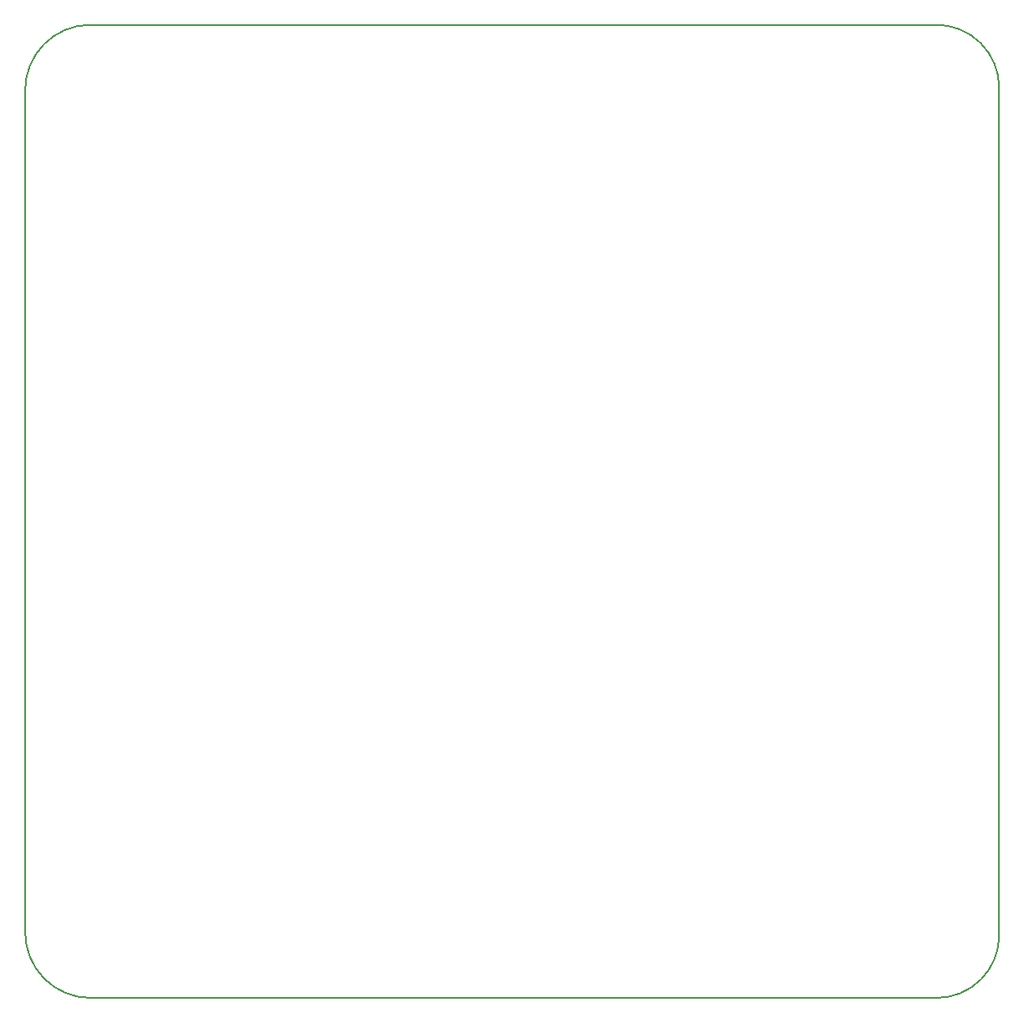
<source format=gbr>
G04 #@! TF.GenerationSoftware,KiCad,Pcbnew,5.1.2*
G04 #@! TF.CreationDate,2019-08-19T18:05:57-05:00*
G04 #@! TF.ProjectId,WordClock,576f7264-436c-46f6-936b-2e6b69636164,rev?*
G04 #@! TF.SameCoordinates,Original*
G04 #@! TF.FileFunction,Profile,NP*
%FSLAX46Y46*%
G04 Gerber Fmt 4.6, Leading zero omitted, Abs format (unit mm)*
G04 Created by KiCad (PCBNEW 5.1.2) date 2019-08-19 18:05:57*
%MOMM*%
%LPD*%
G04 APERTURE LIST*
%ADD10C,0.150000*%
G04 APERTURE END LIST*
D10*
X93490000Y-57902030D02*
G75*
G02X100040333Y-51260001I6620332J22030D01*
G01*
X185529441Y-51260614D02*
G75*
G02X191989999Y-57610001I90559J-6369386D01*
G01*
X191990000Y-143327749D02*
G75*
G02X185609844Y-149679999I-6330157J-22251D01*
G01*
X100110000Y-149679999D02*
G75*
G02X93500000Y-143059979I-10001J6600021D01*
G01*
X93490000Y-57902030D02*
X93500000Y-143060000D01*
X185529441Y-51260613D02*
X100040333Y-51260001D01*
X191990000Y-143327749D02*
X191989999Y-57610001D01*
X100110000Y-149680000D02*
X185609844Y-149679999D01*
M02*

</source>
